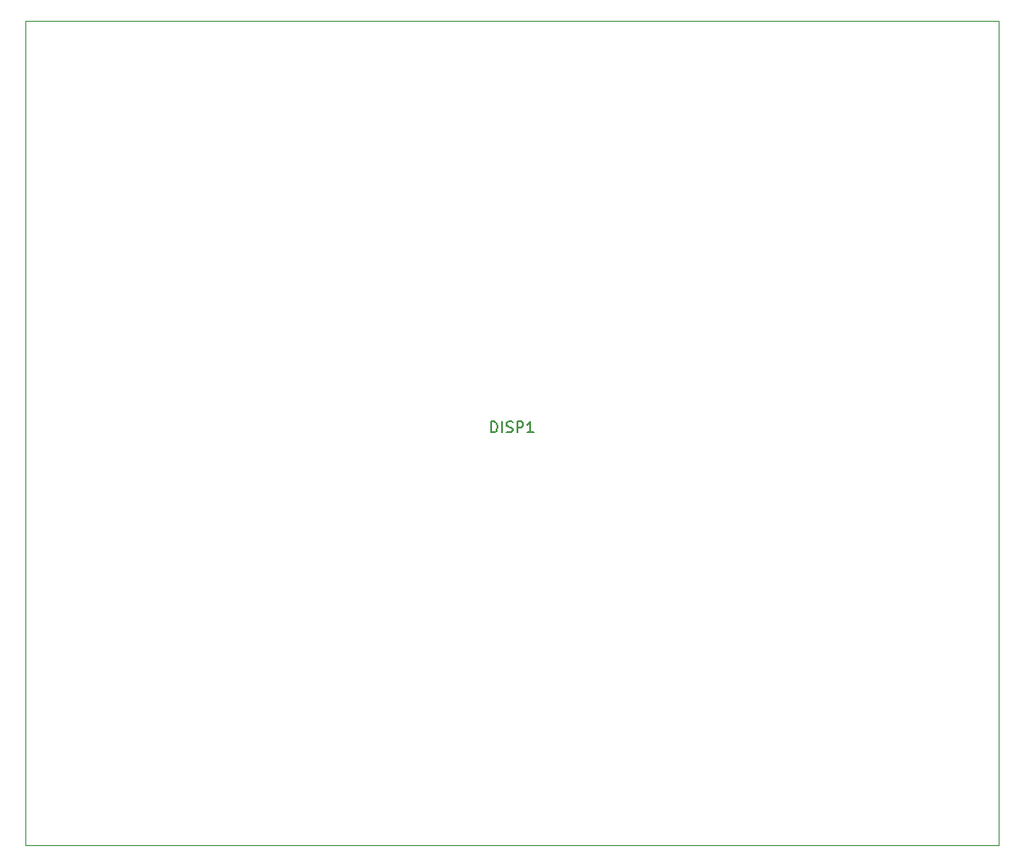
<source format=gto>
G04 #@! TF.GenerationSoftware,KiCad,Pcbnew,(6.0.2)*
G04 #@! TF.CreationDate,2022-07-18T21:19:01-05:00*
G04 #@! TF.ProjectId,paperd_ink_rev4,70617065-7264-45f6-996e-6b5f72657634,rev?*
G04 #@! TF.SameCoordinates,Original*
G04 #@! TF.FileFunction,Legend,Top*
G04 #@! TF.FilePolarity,Positive*
%FSLAX46Y46*%
G04 Gerber Fmt 4.6, Leading zero omitted, Abs format (unit mm)*
G04 Created by KiCad (PCBNEW (6.0.2)) date 2022-07-18 21:19:01*
%MOMM*%
%LPD*%
G01*
G04 APERTURE LIST*
%ADD10C,0.150000*%
%ADD11C,0.120000*%
%ADD12C,1.000000*%
%ADD13C,0.650000*%
%ADD14O,1.600000X1.000000*%
%ADD15O,2.100000X1.000000*%
%ADD16C,0.700000*%
%ADD17C,1.448000*%
%ADD18C,0.750000*%
G04 APERTURE END LIST*
D10*
X146112619Y-101132380D02*
X146112619Y-100132380D01*
X146350714Y-100132380D01*
X146493571Y-100180000D01*
X146588809Y-100275238D01*
X146636428Y-100370476D01*
X146684047Y-100560952D01*
X146684047Y-100703809D01*
X146636428Y-100894285D01*
X146588809Y-100989523D01*
X146493571Y-101084761D01*
X146350714Y-101132380D01*
X146112619Y-101132380D01*
X147112619Y-101132380D02*
X147112619Y-100132380D01*
X147541190Y-101084761D02*
X147684047Y-101132380D01*
X147922142Y-101132380D01*
X148017380Y-101084761D01*
X148065000Y-101037142D01*
X148112619Y-100941904D01*
X148112619Y-100846666D01*
X148065000Y-100751428D01*
X148017380Y-100703809D01*
X147922142Y-100656190D01*
X147731666Y-100608571D01*
X147636428Y-100560952D01*
X147588809Y-100513333D01*
X147541190Y-100418095D01*
X147541190Y-100322857D01*
X147588809Y-100227619D01*
X147636428Y-100180000D01*
X147731666Y-100132380D01*
X147969761Y-100132380D01*
X148112619Y-100180000D01*
X148541190Y-101132380D02*
X148541190Y-100132380D01*
X148922142Y-100132380D01*
X149017380Y-100180000D01*
X149065000Y-100227619D01*
X149112619Y-100322857D01*
X149112619Y-100465714D01*
X149065000Y-100560952D01*
X149017380Y-100608571D01*
X148922142Y-100656190D01*
X148541190Y-100656190D01*
X150065000Y-101132380D02*
X149493571Y-101132380D01*
X149779285Y-101132380D02*
X149779285Y-100132380D01*
X149684047Y-100275238D01*
X149588809Y-100370476D01*
X149493571Y-100418095D01*
D11*
X102565000Y-62680000D02*
X193565000Y-62680000D01*
X193565000Y-62680000D02*
X193565000Y-139680000D01*
X193565000Y-139680000D02*
X102565000Y-139680000D01*
X102565000Y-139680000D02*
X102565000Y-62680000D01*
%LPC*%
D12*
X105960000Y-97800000D03*
X105960000Y-105800000D03*
D13*
X107560000Y-128670000D03*
X107560000Y-122890000D03*
D14*
X103910000Y-130100000D03*
D15*
X108090000Y-121460000D03*
D14*
X103910000Y-121460000D03*
D15*
X108090000Y-130100000D03*
D16*
X136150000Y-73390000D03*
D17*
X105060000Y-113730000D03*
X191960000Y-64330000D03*
X191960000Y-136780000D03*
D18*
X192510000Y-107600000D03*
X192510000Y-109900000D03*
X192510000Y-127920000D03*
X192510000Y-130220000D03*
X192510000Y-72270000D03*
X192510000Y-74570000D03*
X192510000Y-92235000D03*
X192510000Y-89935000D03*
M02*

</source>
